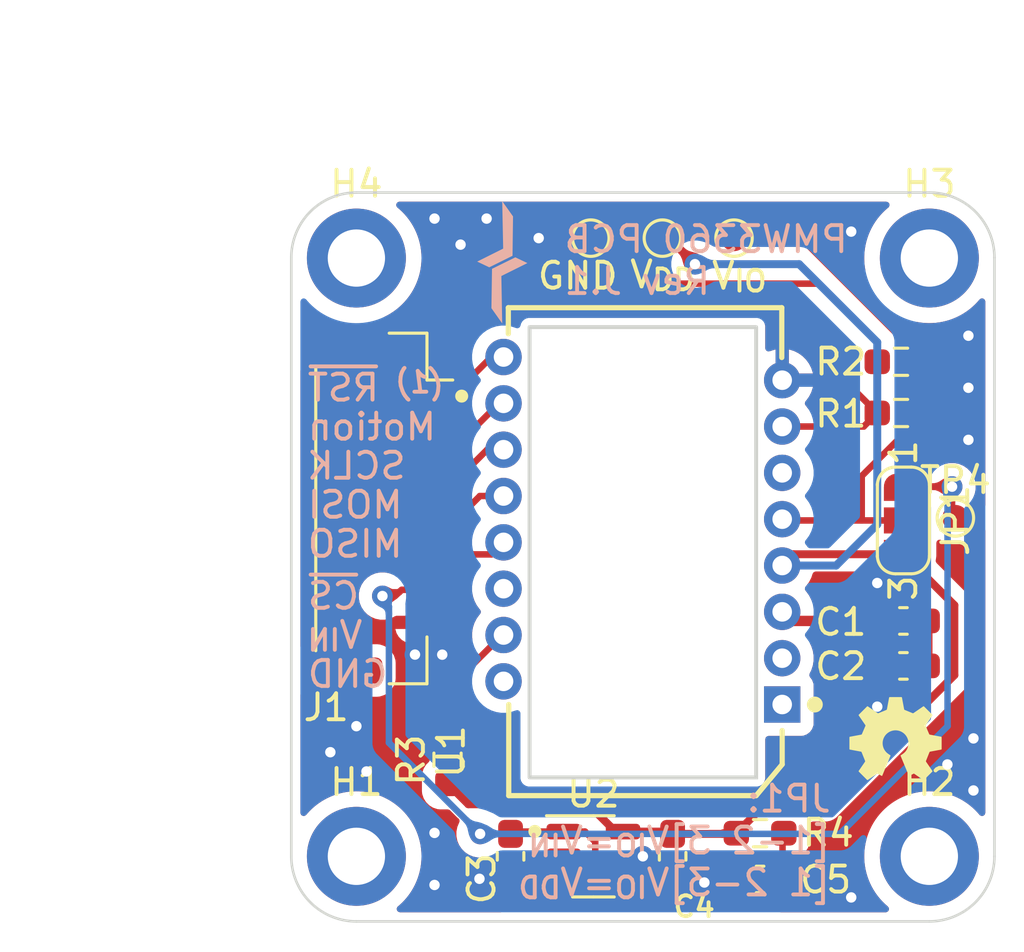
<source format=kicad_pcb>
(kicad_pcb (version 20241229) (generator "pcbnew") (generator_version "9.0")
  (title_block (title "PMW3360 PCB") (date "2023-12-15") (rev "J.1") (company "SideraKB") (comment 1 "Open Source Hardware, CERN-OHL-P v2") (comment 2 "PMW3360DM-T2QU optical mouse sensor breakout board") (comment 3 "JST GH 1.25mm Connector"))
  (layers (0 "F.Cu" signal) (2 "B.Cu" signal) (13 "F.Paste" user) (15 "B.Paste" user) (5 "F.SilkS" user "F.Silkscreen") (7 "B.SilkS" user "B.Silkscreen") (1 "F.Mask" user) (3 "B.Mask" user) (25 "Edge.Cuts" user))
  (net 0 "")
  (net 1 "Net-(U1-VDDPIX)")
  (net 2 "GND")
  (net 3 "/MISO")
  (net 4 "/CS")
  (net 5 "/MOSI")
  (net 6 "/SCLK")
  (net 7 "/MOTION")
  (net 8 "/RESET")
  (net 9 "VDD")
  (net 10 "Net-(U1-LED_P)")
  (net 16 "V_{IO}")
  (net 17 "+5V")
  (net 18 "Net-(U2-NC)")
  (footprint "Resistor_SMD:R_0603_1608Metric_Pad0.98x0.95mm_HandSolder" (layer "F.Cu") (at 197.0515 121.0338 180)
    (property "Reference" "R2" (at 2.3125 0 0) (layer "F.SilkS"))
    (property "Value" "10k_HS")
    (pad "1" smd roundrect (at -0.9125 0 180) (size 0.975 0.95) (layers "F.Cu" "F.Mask" "F.Paste") (net 16 "V_{IO}"))
    (pad "2" smd roundrect (at 0.9125 0 180) (size 0.975 0.95) (layers "F.Cu" "F.Mask" "F.Paste") (net 3 "/MISO"))
  )
  (footprint "Resistor_SMD:R_0603_1608Metric_Pad0.98x0.95mm_HandSolder" (layer "F.Cu") (at 191.639 139.1448)
    (property "Reference" "R4" (at 2.617 -0.011 0) (layer "F.SilkS"))
    (property "Value" "10k_HS")
    (pad "1" smd roundrect (at -0.9125 0) (size 0.975 0.95) (layers "F.Cu" "F.Mask" "F.Paste") (net 9 "VDD"))
    (pad "2" smd roundrect (at 0.9125 0) (size 0.975 0.95) (layers "F.Cu" "F.Mask" "F.Paste") (net 18 "Net-(U2-NC)"))
  )
  (footprint "bots:IC_PMW3360DM-T2QU 16Pin" (layer "F.Cu") (at 187.139 128.0338 90)
    (property "Reference" "U1" (at -7.9756 -7.366 90) (layer "F.SilkS"))
    (property "Value" "IC_PMW3360DM-T2QU")
    (fp_rect (start -8.968 4.35) (end 8.332 -4.35) (stroke (width 0.15)) (fill no) (layer "Edge.Cuts"))
    (pad "1" thru_hole rect (at -6.168 5.35 90) (size 1.397 1.397) (drill 0.75) (layers "*.Cu" "*.Mask"))
    (pad "2" thru_hole oval (at -4.388 5.35 90) (size 1.397 1.397) (drill 0.75) (layers "*.Cu" "*.Mask"))
    (pad "3" thru_hole oval (at -2.608 5.35 90) (size 1.397 1.397) (drill 0.75) (layers "*.Cu" "*.Mask") (net 1 "Net-(U1-VDDPIX)"))
    (pad "4" thru_hole oval (at -0.828 5.35 90) (size 1.397 1.397) (drill 0.75) (layers "*.Cu" "*.Mask") (net 9 "VDD"))
    (pad "5" thru_hole oval (at 0.952 5.35 90) (size 1.397 1.397) (drill 0.75) (layers "*.Cu" "*.Mask") (net 16 "V_{IO}"))
    (pad "6" thru_hole oval (at 2.732 5.35 90) (size 1.397 1.397) (drill 0.75) (layers "*.Cu" "*.Mask"))
    (pad "7" thru_hole oval (at 4.512 5.35 90) (size 1.397 1.397) (drill 0.75) (layers "*.Cu" "*.Mask") (net 8 "/RESET"))
    (pad "8" thru_hole oval (at 6.292 5.35 90) (size 1.397 1.397) (drill 0.75) (layers "*.Cu" "*.Mask") (net 2 "GND"))
    (pad "9" thru_hole oval (at 7.182 -5.35 90) (size 1.397 1.397) (drill 0.75) (layers "*.Cu" "*.Mask") (net 7 "/MOTION"))
    (pad "10" thru_hole oval (at 5.402 -5.35 90) (size 1.397 1.397) (drill 0.75) (layers "*.Cu" "*.Mask") (net 6 "/SCLK"))
    (pad "11" thru_hole oval (at 3.622 -5.35 90) (size 1.397 1.397) (drill 0.75) (layers "*.Cu" "*.Mask") (net 5 "/MOSI"))
    (pad "12" thru_hole oval (at 1.842 -5.35 90) (size 1.397 1.397) (drill 0.75) (layers "*.Cu" "*.Mask") (net 3 "/MISO"))
    (pad "13" thru_hole oval (at 0.062 -5.35 90) (size 1.397 1.397) (drill 0.75) (layers "*.Cu" "*.Mask") (net 4 "/CS"))
    (pad "14" thru_hole oval (at -1.718 -5.35 90) (size 1.397 1.397) (drill 0.75) (layers "*.Cu" "*.Mask"))
    (pad "15" thru_hole oval (at -3.498 -5.35 90) (size 1.397 1.397) (drill 0.75) (layers "*.Cu" "*.Mask") (net 10 "Net-(U1-LED_P)"))
    (pad "16" thru_hole oval (at -5.278 -5.35 90) (size 1.397 1.397) (drill 0.75) (layers "*.Cu" "*.Mask"))
    (zone (net 0) (net_name "") (layers "F.Cu" "B.Cu" "F.CrtYd") (connect_pads (clearance 0)) (min_thickness 0.254)
      (keepout (tracks not_allowed) (vias not_allowed) (pads not_allowed) (copperpour not_allowed) (footprints not_allowed))
      (fill (thermal_gap 0.508) (thermal_bridge_width 0.508))
      (polygon (pts (xy 191.5078 119.7026) (xy 191.457 137.0254) (xy 182.7702 137.0254) (xy 182.7702 119.7026)))
    )
  )
  (footprint "bots:MountingHole_2.2mm_M2_ISO14580_Pad" (layer "F.Cu") (at 176.139 140.0338)
    (property "Reference" "H1" (at 0 -2.85 0) (layer "F.SilkS"))
    (property "Value" "M2")
    (pad "1" thru_hole circle (at 0 0) (size 3.8 3.8) (drill 2.2) (layers "*.Cu" "*.Mask"))
    (zone (net 0) (net_name "") (layers "F.Cu" "B.Cu") (connect_pads (clearance 0)) (min_thickness 0.25)
      (keepout (tracks not_allowed) (vias not_allowed) (pads not_allowed) (copperpour not_allowed) (footprints allowed))
      (fill (thermal_gap 0.5) (thermal_bridge_width 0.5))
      (polygon (pts (arc (start 173.639 140.0338) (mid 178.639 140.0338) (end 173.639 140.0338))))
    )
  )
  (footprint "Resistor_SMD:R_0603_1608Metric_Pad0.98x0.95mm_HandSolder" (layer "F.Cu") (at 197.0515 123.0018 180)
    (property "Reference" "R1" (at 2.3125 -0.032 0) (layer "F.SilkS"))
    (property "Value" "10k_HS")
    (pad "1" smd roundrect (at -0.9125 0 180) (size 0.975 0.95) (layers "F.Cu" "F.Mask" "F.Paste") (net 16 "V_{IO}"))
    (pad "2" smd roundrect (at 0.9125 0 180) (size 0.975 0.95) (layers "F.Cu" "F.Mask" "F.Paste") (net 8 "/RESET"))
  )
  (footprint "TestPoint:TestPoint_Pad_D1.0mm" (layer "F.Cu") (at 187.889 116.2838)
    (property "Reference" "TP2" (hide yes))
    (property "Value" "1.0mm")
    (fp_text user "V_{DD}" (at 0 1.4 0) (layer "F.SilkS"))
    (pad "1" smd circle (at 0 0) (size 1 1) (layers "F.Cu" "F.Mask") (net 9 "VDD"))
  )
  (footprint "Connector_JST:JST_GH_SM08B-GHS-TB_1x08-1MP_P1.25mm_Horizontal" (layer "F.Cu") (at 177.139 126.6698 -90)
    (property "Reference" "J1" (at 7.644214 2.160119 180) (layer "F.SilkS"))
    (property "Value" "JST_SM08B-GHS-TB")
    (pad "1" smd roundrect (at -4.375 -1.85 270) (size 0.6 1.7) (layers "F.Cu" "F.Mask" "F.Paste") (net 8 "/RESET"))
    (pad "2" smd roundrect (at -3.125 -1.85 270) (size 0.6 1.7) (layers "F.Cu" "F.Mask" "F.Paste") (net 7 "/MOTION"))
    (pad "3" smd roundrect (at -1.875 -1.85 270) (size 0.6 1.7) (layers "F.Cu" "F.Mask" "F.Paste") (net 6 "/SCLK"))
    (pad "4" smd roundrect (at -0.625 -1.85 270) (size 0.6 1.7) (layers "F.Cu" "F.Mask" "F.Paste") (net 5 "/MOSI"))
    (pad "5" smd roundrect (at 0.625 -1.85 270) (size 0.6 1.7) (layers "F.Cu" "F.Mask" "F.Paste") (net 3 "/MISO"))
    (pad "6" smd roundrect (at 1.875 -1.85 270) (size 0.6 1.7) (layers "F.Cu" "F.Mask" "F.Paste") (net 4 "/CS"))
    (pad "7" smd roundrect (at 3.125 -1.85 270) (size 0.6 1.7) (layers "F.Cu" "F.Mask" "F.Paste") (net 17 "+5V"))
    (pad "8" smd roundrect (at 4.375 -1.85 270) (size 0.6 1.7) (layers "F.Cu" "F.Mask" "F.Paste") (net 2 "GND"))
    (pad "MP" smd roundrect (at -6.225 1.35 270) (size 1 2.7) (layers "F.Cu" "F.Mask" "F.Paste"))
    (pad "MP" smd roundrect (at 6.225 1.35 270) (size 1 2.7) (layers "F.Cu" "F.Mask" "F.Paste"))
  )
  (footprint "bots:MountingHole_2.2mm_M2_ISO14580_Pad" (layer "F.Cu") (at 198.139 140.0338)
    (property "Reference" "H2" (at 0 -2.85 0) (layer "F.SilkS"))
    (property "Value" "M2")
    (pad "1" thru_hole circle (at 0 0) (size 3.8 3.8) (drill 2.2) (layers "*.Cu" "*.Mask"))
    (zone (net 0) (net_name "") (layers "F.Cu" "B.Cu") (connect_pads (clearance 0)) (min_thickness 0.25)
      (keepout (tracks not_allowed) (vias not_allowed) (pads not_allowed) (copperpour not_allowed) (footprints allowed))
      (fill (thermal_gap 0.5) (thermal_bridge_width 0.5))
      (polygon (pts (arc (start 195.639 140.0338) (mid 200.639 140.0338) (end 195.639 140.0338))))
    )
  )
  (footprint "Resistor_SMD:R_0603_1608Metric_Pad0.98x0.95mm_HandSolder" (layer "F.Cu") (at 179.639 136.3218 90)
    (property "Reference" "R3" (at -0.012 -1.4 90) (layer "F.SilkS"))
    (property "Value" "R")
    (pad "1" smd roundrect (at -0.9125 0 90) (size 0.975 0.95) (layers "F.Cu" "F.Mask" "F.Paste") (net 9 "VDD"))
    (pad "2" smd roundrect (at 0.9125 0 90) (size 0.975 0.95) (layers "F.Cu" "F.Mask" "F.Paste") (net 10 "Net-(U1-LED_P)"))
  )
  (footprint "Capacitor_SMD:C_0603_1608Metric_Pad1.08x0.95mm_HandSolder" (layer "F.Cu") (at 188.282 140.0338 -90)
    (property "Reference" "C4" (at 1.934444 -0.827227 180) (layer "F.SilkS") (effects (font (size 0.8 0.8))))
    (property "Value" "1uF_HS")
    (pad "1" smd roundrect (at -0.8625 0 270) (size 1.075 0.95) (layers "F.Cu" "F.Mask" "F.Paste") (net 9 "VDD"))
    (pad "2" smd roundrect (at 0.8625 0 270) (size 1.075 0.95) (layers "F.Cu" "F.Mask" "F.Paste") (net 2 "GND"))
  )
  (footprint "bots:MountingHole_2.2mm_M2_ISO14580_Pad" (layer "F.Cu") (at 176.139 117.0498)
    (property "Reference" "H4" (at 0 -2.85 0) (layer "F.SilkS"))
    (property "Value" "M2")
    (pad "1" thru_hole circle (at 0 0) (size 3.8 3.8) (drill 2.2) (layers "*.Cu" "*.Mask"))
    (zone (net 0) (net_name "") (layers "F.Cu" "B.Cu") (connect_pads (clearance 0)) (min_thickness 0.25)
      (keepout (tracks not_allowed) (vias not_allowed) (pads not_allowed) (copperpour not_allowed) (footprints allowed))
      (fill (thermal_gap 0.5) (thermal_bridge_width 0.5))
      (polygon (pts (arc (start 173.639 117.0498) (mid 178.639 117.0498) (end 173.639 117.0498))))
    )
  )
  (footprint "TestPoint:TestPoint_Pad_D1.0mm" (layer "F.Cu") (at 190.639 116.2838)
    (property "Reference" "TP1" (hide yes))
    (property "Value" "1.0mm")
    (fp_text user "V_{IO}" (at 0.2 1.45 0) (layer "F.SilkS"))
    (pad "1" smd circle (at 0 0) (size 1 1) (layers "F.Cu" "F.Mask") (net 16 "V_{IO}"))
  )
  (footprint "bots:MountingHole_2.2mm_M2_ISO14580_Pad" (layer "F.Cu") (at 198.139 117.0498)
    (property "Reference" "H3" (at 0 -2.85 0) (layer "F.SilkS"))
    (property "Value" "M2")
    (pad "1" thru_hole circle (at 0 0) (size 3.8 3.8) (drill 2.2) (layers "*.Cu" "*.Mask"))
    (zone (net 0) (net_name "") (layers "F.Cu" "B.Cu") (connect_pads (clearance 0)) (min_thickness 0.25)
      (keepout (tracks not_allowed) (vias not_allowed) (pads not_allowed) (copperpour not_allowed) (footprints allowed))
      (fill (thermal_gap 0.5) (thermal_bridge_width 0.5))
      (polygon (pts (arc (start 195.639 117.0498) (mid 200.639 117.0498) (end 195.639 117.0498))))
    )
  )
  (footprint "Capacitor_SMD:C_0603_1608Metric_Pad1.08x0.95mm_HandSolder" (layer "F.Cu") (at 182.059 140.0338 -90)
    (property "Reference" "C3" (at 0.861748 1.10755 90) (layer "F.SilkS"))
    (property "Value" "1uF_HS")
    (pad "1" smd roundrect (at -0.8625 0 270) (size 1.075 0.95) (layers "F.Cu" "F.Mask" "F.Paste") (net 17 "+5V"))
    (pad "2" smd roundrect (at 0.8625 0 270) (size 1.075 0.95) (layers "F.Cu" "F.Mask" "F.Paste") (net 2 "GND"))
  )
  (footprint "Capacitor_SMD:C_0603_1608Metric_Pad1.08x0.95mm_HandSolder" (layer "F.Cu") (at 191.639 140.9228 180)
    (property "Reference" "C5" (at -2.517 -0.011 0) (layer "F.SilkS"))
    (property "Value" "22nF_HS")
    (pad "1" smd roundrect (at -0.8625 0 180) (size 1.075 0.95) (layers "F.Cu" "F.Mask" "F.Paste") (net 18 "Net-(U2-NC)"))
    (pad "2" smd roundrect (at 0.8625 0 180) (size 1.075 0.95) (layers "F.Cu" "F.Mask" "F.Paste") (net 2 "GND"))
  )
  (footprint "TestPoint:TestPoint_Pad_D1.0mm" (layer "F.Cu") (at 185.139 116.2838)
    (property "Reference" "TP3" (hide yes))
    (property "Value" "1.0mm")
    (fp_text user "GND" (at -0.5 1.45 0) (layer "F.SilkS"))
    (pad "1" smd circle (at 0 0) (size 1 1) (layers "F.Cu" "F.Mask") (net 2 "GND"))
  )
  (footprint "Capacitor_SMD:C_0603_1608Metric_Pad1.08x0.95mm_HandSolder" (layer "F.Cu") (at 197.1435 132.7178)
    (property "Reference" "C2" (at -2.4045 0.016 0) (layer "F.SilkS"))
    (property "Value" "0.1uF_HS")
    (pad "1" smd roundrect (at -0.8625 0) (size 1.075 0.95) (layers "F.Cu" "F.Mask" "F.Paste") (net 1 "Net-(U1-VDDPIX)"))
    (pad "2" smd roundrect (at 0.8625 0) (size 1.075 0.95) (layers "F.Cu" "F.Mask" "F.Paste") (net 2 "GND"))
  )
  (footprint "bots:SOT-23-5" (layer "F.Cu") (at 185.2395 140.0338)
    (property "Reference" "U2" (at 0 -2.4 0) (layer "F.SilkS"))
    (property "Value" "LDO_TLV74318PDBVR")
    (pad "1" smd roundrect (at -1.1375 -0.95) (size 1.325 0.6) (layers "F.Cu" "F.Mask" "F.Paste") (net 17 "+5V"))
    (pad "2" smd roundrect (at -1.1375 0) (size 1.325 0.6) (layers "F.Cu" "F.Mask" "F.Paste") (net 2 "GND"))
    (pad "3" smd roundrect (at -1.1375 0.95) (size 1.325 0.6) (layers "F.Cu" "F.Mask" "F.Paste") (net 17 "+5V"))
    (pad "4" smd roundrect (at 1.1375 0.95) (size 1.325 0.6) (layers "F.Cu" "F.Mask" "F.Paste") (net 18 "Net-(U2-NC)"))
    (pad "5" smd roundrect (at 1.1375 -0.95) (size 1.325 0.6) (layers "F.Cu" "F.Mask" "F.Paste") (net 9 "VDD"))
  )
  (footprint "TestPoint:TestPoint_Pad_D1.0mm" (layer "F.Cu") (at 199.139 127.0338)
    (property "Reference" "TP4" (at 0 -1.448 0) (layer "F.SilkS"))
    (property "Value" "1.0mm")
    (pad "1" smd circle (at 0 0) (size 1 1) (layers "F.Cu" "F.Mask") (net 17 "+5V"))
  )
  (footprint "Jumper:SolderJumper-3_P1.3mm_Open_RoundedPad1.0x1.5mm_NumberLabels" (layer "F.Cu") (at 197.1435 127.1298 -90)
    (property "Reference" "JP1" (at 0 -1.9955 270) (layer "F.SilkS"))
    (property "Value" "SolderJumper_3_Open")
    (fp_text user "3" (at 2.6 0 270) (layer "F.SilkS"))
    (fp_text user "1" (at -2.6 0 270) (layer "F.SilkS"))
    (pad "1" smd custom (at -1.3 0 270) (size 1 0.5) (layers "F.Cu" "F.Mask") (net 17 "+5V") (options (clearance outline) (anchor rect)) (primitives (gr_circle (center 0 0.25) (end 0.5 0.25) (width 0) (fill yes)) (gr_circle (center 0 -0.25) (end 0.5 -0.25) (width 0) (fill yes)) (gr_poly (pts (xy 0.55 0.75) (xy 0 0.75) (xy 0 -0.75) (xy 0.55 -0.75)) (width 0) (fill yes))))
    (pad "2" smd rect (at 0 0 270) (size 1 1.5) (layers "F.Cu" "F.Mask") (net 16 "V_{IO}"))
    (pad "3" smd custom (at 1.3 0 270) (size 1 0.5) (layers "F.Cu" "F.Mask") (net 9 "VDD") (options (clearance outline) (anchor rect)) (primitives (gr_circle (center 0 0.25) (end 0.5 0.25) (width 0) (fill yes)) (gr_circle (center 0 -0.25) (end 0.5 -0.25) (width 0) (fill yes)) (gr_poly (pts (xy 0 0.75) (xy -0.55 0.75) (xy -0.55 -0.75) (xy 0 -0.75)) (width 0) (fill yes))))
  )
  (footprint "Capacitor_SMD:C_0603_1608Metric_Pad1.08x0.95mm_HandSolder" (layer "F.Cu") (at 197.1435 130.9906)
    (property "Reference" "C1" (at -2.4045 0.0432 0) (layer "F.SilkS"))
    (property "Value" "4.7uF_HS")
    (pad "1" smd roundrect (at -0.8625 0) (size 1.075 0.95) (layers "F.Cu" "F.Mask" "F.Paste") (net 1 "Net-(U1-VDDPIX)"))
    (pad "2" smd roundrect (at 0.8625 0) (size 1.075 0.95) (layers "F.Cu" "F.Mask" "F.Paste") (net 2 "GND"))
  )
  (gr_circle (center 180.182377 122.353282) (end 180.357387 122.353957) (stroke (width 0.15)) (fill yes) (layer "F.SilkS"))
  (gr_circle (center 182.992741 139.077677) (end 183.167751 139.078352) (stroke (width 0.15)) (fill yes) (layer "F.SilkS"))
  (gr_poly (pts (xy 196.615954 133.915317) (xy 196.614947 133.915392) (xy 196.613945 133.915515) (xy 196.612949 133.915686) (xy 196.611961 133.915902) (xy 196.610983 133.916163) (xy 196.610015 133.916467) (xy 196.609061 133.916814) (xy 196.60812 133.917201) (xy 196.607194 133.917629) (xy 196.606286 133.918094) (xy 196.605395 133.918597) (xy 196.604525 133.919136) (xy 196.603676 133.91971) (xy 196.602851 133.920318) (xy 196.602049 133.920957) (xy 196.601273 133.921628) (xy 196.600525 133.922329) (xy 196.599806 133.923058) (xy 196.599117 133.923815) (xy 196.59846 133.924598) (xy 196.597836 133.925405) (xy 196.597247 133.926237) (xy 196.596695 133.92709) (xy 196.59618 133.927965) (xy 196.595704 133.92886) (xy 196.59527 133.929774) (xy 196.594877 133.930705) (xy 196.594529 133.931653) (xy 196.594226 133.932615) (xy 196.593969 133.933591) (xy 196.593761 133.93458) (xy 196.51002 134.384451) (xy 196.509809 134.385448) (xy 196.509552 134.386448) (xy 196.508908 134.388452) (xy 196.5081 134.39045) (xy 196.507139 134.392428) (xy 196.506037 134.394374) (xy 196.504804 134.396274) (xy 196.503453 134.398116) (xy 196.501993 134.399886) (xy 196.500438 134.401572) (xy 196.498797 134.40316) (xy 196.497082 134.404637) (xy 196.495305 134.40599) (xy 196.493476 134.407207) (xy 196.491607 134.408273) (xy 196.490662 134.408746) (xy 196.48971 134.409177) (xy 196.488754 134.409563) (xy 196.487795 134.409904) (xy 196.186276 134.533332) (xy 196.184403 134.534157) (xy 196.182416 134.534846) (xy 196.180334 134.5354) (xy 196.178173 134.53582) (xy 196.175951 134.536109) (xy 196.173686 134.536266) (xy 196.171395 134.536294) (xy 196.169095 134.536193) (xy 196.166804 134.535965) (xy 196.16454 134.53561) (xy 196.16232 134.53513) (xy 196.160161 134.534527) (xy 196.158081 134.5338) (xy 196.156097 134.532953) (xy 196.154227 134.531985) (xy 196.152489 134.530898) (xy 195.776648 134.272982) (xy 195.775802 134.272431) (xy 195.77493 134.271922) (xy 195.774035 134.271456) (xy 195.773119 134.271033) (xy 195.772184 134.270652) (xy 195.771231 134.270314) (xy 195.770263 134.270017) (xy 195.769281 134.269763) (xy 195.768287 134.26955) (xy 195.767284 134.269378) (xy 195.765256 134.269159) (xy 195.763212 134.269104) (xy 195.761167 134.269212) (xy 195.759136 134.269481) (xy 195.757136 134.269909) (xy 195.755181 134.270497) (xy 195.754225 134.270849) (xy 195.753286 134.271241) (xy 195.752366 134.271671) (xy 195.751467 134.272141) (xy 195.750591 134.272649) (xy 195.749739 134.273195) (xy 195.748914 134.273779) (xy 195.748118 134.274402) (xy 195.747352 134.275062) (xy 195.746618 134.27576) (xy 195.430097 134.592281) (xy 195.429399 134.593015) (xy 195.428739 134.593781) (xy 195.428117 134.594578) (xy 195.427534 134.595404) (xy 195.426988 134.596256) (xy 195.426482 134.597133) (xy 195.425585 134.598953) (xy 195.424844 134.60085) (xy 195.42426 134.602808) (xy 195.423834 134.604811) (xy 195.423568 134.606843) (xy 195.423463 134.608891) (xy 195.423519 134.610937) (xy 195.423738 134.612968) (xy 195.424122 134.614966) (xy 195.42467 134.616918) (xy 195.425007 134.617872) (xy 195.425385 134.618808) (xy 195.425805 134.619724) (xy 195.426268 134.620619) (xy 195.426772 134.621491) (xy 195.427319 134.622338) (xy 195.680737 134.991696) (xy 195.681827 134.993442) (xy 195.682794 134.995315) (xy 195.683638 134.997298) (xy 195.684357 134.999373) (xy 195.68495 135.001524) (xy 195.685416 135.003734) (xy 195.685754 135.005986) (xy 195.685963 135.008263) (xy 195.686041 135.010547) (xy 195.685988 135.012822) (xy 195.685803 135.015071) (xy 195.685485 135.017276) (xy 195.685032 135.019421) (xy 195.684443 135.021489) (xy 195.683717 135.023463) (xy 195.682854 135.025325) (xy 195.54953 135.336369) (xy 195.548769 135.338279) (xy 195.547832 135.340171) (xy 195.546735 135.342035) (xy 195.545489 135.343859) (xy 195.544108 135.345631) (xy 195.542605 135.347341) (xy 195.540994 135.348977) (xy 195.539287 135.350528) (xy 195.537498 135.351982) (xy 195.53564 135.353328) (xy 195.533727 135.354556) (xy 195.531771 135.355653) (xy 195.529785 135.356609) (xy 195.527784 135.357412) (xy 195.52578 135.358051) (xy 195.523786 135.358515) (xy 195.088838 135.439398) (xy 195.087851 135.439611) (xy 195.086877 135.439871) (xy 195.085917 135.440179) (xy 195.084971 135.440531) (xy 195.084042 135.440926) (xy 195.08313 135.441363) (xy 195.082237 135.441841) (xy 195.081364 135.442358) (xy 195.079681 135.443503) (xy 195.078094 135.444787) (xy 195.07661 135.446197) (xy 195.075241 135.447722) (xy 195.073997 135.449351) (xy 195.072886 135.451071) (xy 195.07192 135.45287) (xy 195.071494 135.453796) (xy 195.071108 135.454738) (xy 195.070763 135.455694) (xy 195.070461 135.456662) (xy 195.070202 135.457642) (xy 195.069987 135.458631) (xy 195.069819 135.459628) (xy 195.069698 135.460632) (xy 195.069625 135.461641) (xy 195.069602 135.462654) (xy 195.069655 135.910303) (xy 195.069681 135.911314) (xy 195.069756 135.912322) (xy 195.069879 135.913325) (xy 195.07005 135.914321) (xy 195.070267 135.91531) (xy 195.070528 135.91629) (xy 195.070833 135.917259) (xy 195.071181 135.918215) (xy 195.071569 135.919158) (xy 195.071997 135.920085) (xy 195.072464 135.920996) (xy 195.072968 135.921888) (xy 195.073507 135.92276) (xy 195.074082 135.923611) (xy 195.07469 135.924439) (xy 195.075331 135.925242) (xy 195.076002 135.926019) (xy 195.076703 135.926769) (xy 195.077433 135.92749) (xy 195.07819 135.928181) (xy 195.078972 135.928839) (xy 195.07978 135.929464) (xy 195.080611 135.930054) (xy 195.081465 135.930607) (xy 195.082339 135.931122) (xy 195.083233 135.931597) (xy 195.084146 135.932032) (xy 195.085076 135.932423) (xy 195.086022 135.932771) (xy 195.086983 135.933073) (xy 195.087957 135.933327) (xy 195.088943 135.933533) (xy 195.513203 136.012485) (xy 195.514202 136.01269) (xy 195.515202 136.012941) (xy 195.516204 136.013237) (xy 195.517204 136.013576) (xy 195.519196 136.014379) (xy 195.521164 136.015338) (xy 195.523096 136.016441) (xy 195.52498 136.017677) (xy 195.526803 136.019035) (xy 195.528552 136.020502) (xy 195.530215 136.022067) (xy 195.531778 136.023719) (xy 195.533229 136.025445) (xy 195.534556 136.027234) (xy 195.535746 136.029075) (xy 195.536786 136.030955) (xy 195.537663 136.032864) (xy 195.538037 136.033825) (xy 195.538365 136.034789) (xy 195.670815 136.365651) (xy 195.671634 136.367533) (xy 195.672318 136.369526) (xy 195.672866 136.371613) (xy 195.67328 136.373776) (xy 195.673563 136.375999) (xy 195.673714 136.378264) (xy 195.673736 136.380554) (xy 195.67363 136.382852) (xy 195.673397 136.38514) (xy 195.673038 136.387401) (xy 195.672555 136.389618) (xy 195.67195 136.391774) (xy 195.671223 136.393851) (xy 195.670376 136.395832) (xy 195.669411 136.3977) (xy 195.668328 136.399438) (xy 195.427319 136.75062) (xy 195.426768 136.751466) (xy 195.426259 136.752339) (xy 195.425794 136.753234) (xy 195.42537 136.754151) (xy 195.42499 136.755088) (xy 195.424651 136.756042) (xy 195.424354 136.757012) (xy 195.4241 136.757995) (xy 195.423887 136.758991) (xy 195.423715 136.759996) (xy 195.423496 136.762029) (xy 195.423441 136.764078) (xy 195.423549 136.766128) (xy 195.423818 136.768163) (xy 195.424247 136.770168) (xy 195.424834 136.772128) (xy 195.425186 136.773086) (xy 195.425578 136.774027) (xy 195.426009 136.774948) (xy 195.426478 136.775849) (xy 195.426986 136.776727) (xy 195.427532 136.777579) (xy 195.428116 136.778405) (xy 195.428739 136.779203) (xy 195.429399 136.779969) (xy 195.430097 136.780703) (xy 195.746671 137.097224) (xy 195.7474 137.097917) (xy 195.748162 137.098573) (xy 195.748955 137.099191) (xy 195.749777 137.099772) (xy 195.750626 137.100315) (xy 195.751501 137.100819) (xy 195.753317 137.101713) (xy 195.755211 137.102453) (xy 195.757166 137.103037) (xy 195.759168 137.103464) (xy 195.7612 137.103733) (xy 195.763248 137.103841) (xy 195.765295 137.103788) (xy 195.767327 137.103572) (xy 195.769327 137.103192) (xy 195.77128 137.102646) (xy 195.772234 137.102311) (xy 195.77317 137.101934) (xy 195.774087 137.101514) (xy 195.774983 137.101053) (xy 195.775855 137.100549) (xy 195.776701 137.100002) (xy 196.121692 136.863226) (xy 196.123426 136.862147) (xy 196.125283 136.8612) (xy 196.127247 136.860387) (xy 196.1293 136.859707) (xy 196.131426 136.859162) (xy 196.133607 136.85875) (xy 196.135827 136.858474) (xy 196.138069 136.858332) (xy 196.140316 136.858325) (xy 196.142551 136.858454) (xy 196.144758 136.858718) (xy 196.146918 136.859119) (xy 196.149016 136.859656) (xy 196.151034 136.86033) (xy 196.152956 136.861141) (xy 196.154765 136.862089) (xy 196.3069 136.943316) (xy 196.30781 136.943748) (xy 196.308727 136.944129) (xy 196.30965 136.944457) (xy 196.310578 136.944735) (xy 196.311508 136.944961) (xy 196.31244 136.945138) (xy 196.313371 136.945266) (xy 196.314301 136.945345) (xy 196.315226 136.945375) (xy 196.316147 136.945358) (xy 196.317061 136.945294) (xy 196.317967 136.945184) (xy 196.318863 136.945027) (xy 196.319747 136.944825) (xy 196.320619 136.944579) (xy 196.321475 136.944288) (xy 196.322316 136.943954) (xy 196.323139 136.943577) (xy 196.323942 136.943157) (xy 196.324725 136.942696) (xy 196.325484 136.942193) (xy 196.32622 136.94165) (xy 196.32693 136.941066) (xy 196.327613 136.940443) (xy 196.328267 136.939782) (xy 196.328891 136.939082) (xy 196.329482 136.938344) (xy 196.33004 136.937569) (xy 196.330562 136.936757) (xy 196.331048 136.935909) (xy 196.331496 136.935026) (xy 196.331903 136.934108) (xy 196.645567 136.17613) (xy 196.64593 136.175187) (xy 196.646244 136.17423) (xy 196.646511 136.17326) (xy 196.646732 136.17228) (xy 196.646906 136.17129) (xy 196.647034 136.170294) (xy 196.647118 136.169292) (xy 196.647157 136.168287) (xy 196.647152 136.16728) (xy 196.647104 136.166273) (xy 196.647014 136.165268) (xy 196.646881 136.164267) (xy 196.646707 136.163271) (xy 196.646493 136.162282) (xy 196.646238 136.161303) (xy 196.645944 136.160334) (xy 196.645611 136.159379) (xy 196.645239 136.158437) (xy 196.64483 136.157512) (xy 196.644384 136.156606) (xy 196.643901 136.155719) (xy 196.643383 136.154853) (xy 196.642829 136.154012) (xy 196.642241 136.153196) (xy 196.641618 136.152406) (xy 196.640962 136.151646) (xy 196.640274 136.150917) (xy 196.639553 136.15022) (xy 196.6388 136.149557) (xy 196.638017 136.14893) (xy 196.637203 136.148342) (xy 196.636359 136.147793) (xy 196.598286 136.124483) (xy 196.595545 136.122738) (xy 196.59262 136.120746) (xy 196.589564 136.118551) (xy 196.586432 136.116195) (xy 196.583282 136.113723) (xy 196.580166 136.111178) (xy 196.577141 136.108603) (xy 196.574262 136.106042) (xy 196.549058 136.08879) (xy 196.525004 136.070059) (xy 196.502166 136.049914) (xy 196.48061 136.02842) (xy 196.460401 136.005642) (xy 196.441605 135.981646) (xy 196.424287 135.956496) (xy 196.408513 135.930259) (xy 196.39435 135.903) (xy 196.381861 135.874783) (xy 196.371114 135.845674) (xy 196.362174 135.815738) (xy 196.355106 135.785041) (xy 196.349976 135.753647) (xy 196.34685 135.721622) (xy 196.345794 135.689032) (xy 196.346438 135.663556) (xy 196.34835 135.638414) (xy 196.351498 135.613638) (xy 196.355851 135.589258) (xy 196.361379 135.565307) (xy 196.36805 135.541814) (xy 196.375833 135.518811) (xy 196.384697 135.49633) (xy 196.394611 135.4744) (xy 196.405543 135.453054) (xy 196.417463 135.432322) (xy 196.43034 135.412236) (xy 196.444142 135.392827) (xy 196.458838 135.374125) (xy 196.474397 135.356162) (xy 196.490789 135.338969) (xy 196.507981 135.322577) (xy 196.525943 135.307017) (xy 196.544644 135.29232) (xy 196.564053 135.278518) (xy 196.584138 135.265641) (xy 196.604869 135.253721) (xy 196.626214 135.242788) (xy 196.648142 135.232874) (xy 196.670622 135.22401) (xy 196.693623 135.216227) (xy 196.717114 135.209556) (xy 196.741064 135.204028) (xy 196.765442 135.199674) (xy 196.790216 135.196526) (xy 196.815355 135.194614) (xy 196.840829 135.19397) (xy 196.866303 135.194614) (xy 196.891443 135.196526) (xy 196.916217 135.199674) (xy 196.940595 135.204028) (xy 196.964546 135.209556) (xy 196.988038 135.216227) (xy 197.01104 135.22401) (xy 197.033521 135.232874) (xy 197.05545 135.242788) (xy 197.076796 135.253721) (xy 197.097527 135.265641) (xy 197.117614 135.278518) (xy 197.137024 135.29232) (xy 197.155726 135.307017) (xy 197.173689 135.322577) (xy 197.190883 135.338969) (xy 197.207276 135.356162) (xy 197.222836 135.374125) (xy 197.237534 135.392827) (xy 197.251337 135.412236) (xy 197.264214 135.432322) (xy 197.276135 135.453054) (xy 197.287069 135.4744) (xy 197.296984 135.49633) (xy 197.305848 135.518811) (xy 197.313632 135.541814) (xy 197.320304 135.565307) (xy 197.325832 135.589258) (xy 197.330186 135.613638) (xy 197.333335 135.638414) (xy 197.335247 135.663556) (xy 197.335891 135.689032) (xy 197.335625 135.705394) (xy 197.334834 135.721622) (xy 197.333525 135.737709) (xy 197.331707 135.753647) (xy 197.329388 135.769427) (xy 197.326576 135.785041) (xy 197.32328 135.80048) (xy 197.319507 135.815738) (xy 197.315266 135.830805) (xy 197.310565 135.845674) (xy 197.305413 135.860336) (xy 197.299817 135.874783) (xy 197.293785 135.889007) (xy 197.287327 135.903) (xy 197.273162 135.930259) (xy 197.257387 135.956497) (xy 197.240069 135.981646) (xy 197.221272 136.005642) (xy 197.201064 136.02842) (xy 197.179509 136.049914) (xy 197.156673 136.070059) (xy 197.132623 136.08879) (xy 197.107423 136.106042) (xy 197.104528 136.108603) (xy 197.101492 136.111178) (xy 197.09837 136.113723) (xy 197.095216 136.116195) (xy 197.092083 136.118551) (xy 197.089024 136.120746) (xy 197.086094 136.122738) (xy 197.083346 136.124483) (xy 197.045273 136.147793) (xy 197.044424 136.148342) (xy 197.043606 136.14893) (xy 197.042819 136.149557) (xy 197.042063 136.15022) (xy 197.041339 136.150917) (xy 197.040648 136.151646) (xy 197.039365 136.153196) (xy 197.03822 136.154853) (xy 197.037218 136.156606) (xy 197.036362 136.158437) (xy 197.035658 136.160334) (xy 197.035111 136.162282) (xy 197.034725 136.164267) (xy 197.034505 136.166273) (xy 197.034456 136.168287) (xy 197.034583 136.170294) (xy 197.034714 136.17129) (xy 197.03489 136.17228) (xy 197.035113 136.17326) (xy 197.035383 136.17423) (xy 197.0357 136.175187) (xy 197.036065 136.17613) (xy 197.349755 136.934082) (xy 197.350162 136.935) (xy 197.35061 136.935883) (xy 197.351096 136.936731) (xy 197.351619 136.937543) (xy 197.352178 136.938319) (xy 197.35277 136.939058) (xy 197.353394 136.939758) (xy 197.354049 136.940421) (xy 197.354732 136.941045) (xy 197.355443 136.941629) (xy 197.35618 136.942173) (xy 197.35694 136.942676) (xy 197.357724 136.943139) (xy 197.358528 136.943559) (xy 197.359351 136.943937) (xy 197.360193 136.944272) (xy 197.36105 136.944563) (xy 197.361922 136.94481) (xy 197.362807 136.945012) (xy 197.363703 136.945169) (xy 197.364609 136.94528) (xy 197.365523 136.945344) (xy 197.366443 136.945361) (xy 197.367369 136.94533) (xy 197.368298 136.94525) (xy 197.369228 136.945122) (xy 197.370159 136.944944) (xy 197.371088 136.944716) (xy 197.372014 136.944437) (xy 197.372935 136.944107) (xy 197.373851 136.943724) (xy 197.374758 136.94329) (xy 197.526893 136.862062) (xy 197.528698 136.861115) (xy 197.530616 136.860304) (xy 197.532632 136.859632) (xy 197.534729 136.859096) (xy 197.536889 136.858697) (xy 197.539095 136.858434) (xy 197.541331 136.858307) (xy 197.543579 136.858315) (xy 197.545822 136.858458) (xy 197.548044 136.858736) (xy 197.550227 136.859147) (xy 197.552354 136.859692) (xy 197.554409 136.860371) (xy 197.556374 136.861182) (xy 197.558232 136.862125) (xy 197.559966 136.8632) (xy 197.90493 137.099976) (xy 197.905779 137.100522) (xy 197.906653 137.101026) (xy 197.907551 137.101488) (xy 197.908469 137.101907) (xy 197.909407 137.102285) (xy 197.910362 137.10262) (xy 197.911332 137.102914) (xy 197.912317 137.103166) (xy 197.913312 137.103376) (xy 197.914317 137.103546) (xy 197.916349 137.103761) (xy 197.918397 137.103815) (xy 197.920445 137.103706) (xy 197.922477 137.103438) (xy 197.924479 137.103011) (xy 197.926435 137.102427) (xy 197.927391 137.102077) (xy 197.92833 137.101687) (xy 197.929249 137.101259) (xy 197.930147 137.100793) (xy 197.931023 137.100288) (xy 197.931873 137.099746) (xy 197.932697 137.099165) (xy 197.933491 137.098547) (xy 197.934255 137.097891) (xy 197.934987 137.097198) (xy 198.251561 136.780676) (xy 198.252256 136.779943) (xy 198.252915 136.779176) (xy 198.253535 136.778379) (xy 198.254117 136.777553) (xy 198.254662 136.7767) (xy 198.255168 136.775823) (xy 198.256065 136.774) (xy 198.256807 136.772102) (xy 198.257393 136.770142) (xy 198.257821 136.768137) (xy 198.258089 136.766101) (xy 198.258197 136.764051) (xy 198.258143 136.762002) (xy 198.257926 136.75997) (xy 198.257544 136.757969) (xy 198.256995 136.756016) (xy 198.256658 136.755061) (xy 198.256279 136.754125) (xy 198.255858 136.753208) (xy 198.255394 136.752312) (xy 198.254888 136.75144) (xy 198.254339 136.750593) (xy 198.013356 136.399412) (xy 198.012265 136.397674) (xy 198.011292 136.395806) (xy 198.010439 136.393825) (xy 198.009708 136.391748) (xy 198.0091 136.389592) (xy 198.008615 136.387375) (xy 198.008255 136.385114) (xy 198.008022 136.382826) (xy 198.007916 136.380528) (xy 198.007938 136.378238) (xy 198.008091 136.375973) (xy 198.008374 136.37375) (xy 198.00879 136.371587) (xy 198.009339 136.3695) (xy 198.010023 136.367507) (xy 198.010843 136.365625) (xy 198.143293 136.034763) (xy 198.143619 136.033799) (xy 198.143992 136.032838) (xy 198.144867 136.030929) (xy 198.145907 136.029048) (xy 198.147099 136.027208) (xy 198.148429 136.025418) (xy 198.149884 136.023692) (xy 198.151452 136.022041) (xy 198.153119 136.020476) (xy 198.154873 136.019009) (xy 198.1567 136.017651) (xy 198.158588 136.016415) (xy 198.160524 136.015311) (xy 198.162494 136.014352) (xy 198.164486 136.01355) (xy 198.166486 136.012915) (xy 198.167485 136.012664) (xy 198.168482 136.012459) (xy 198.592741 135.933507) (xy 198.59373 135.933301) (xy 198.594706 135.933047) (xy 198.595668 135.932745) (xy 198.596616 135.932397) (xy 198.597547 135.932005) (xy 198.598461 135.931571) (xy 198.599356 135.931096) (xy 198.600231 135.930581) (xy 198.601085 135.930027) (xy 198.601916 135.929438) (xy 198.603506 135.928154) (xy 198.604992 135.926743) (xy 198.606364 135.925216) (xy 198.607611 135.923584) (xy 198.608724 135.921862) (xy 198.609692 135.920059) (xy 198.610507 135.918189) (xy 198.610854 135.917232) (xy 198.611158 135.916264) (xy 198.611419 135.915284) (xy 198.611635 135.914295) (xy 198.611806 135.913298) (xy 198.611929 135.912295) (xy 198.612004 135.911288) (xy 198.612029 135.910277) (xy 198.612056 135.462628) (xy 198.61203 135.461617) (xy 198.611956 135.46061) (xy 198.611833 135.459608) (xy 198.611663 135.458613) (xy 198.611447 135.457626) (xy 198.611187 135.456648) (xy 198.610883 135.455681) (xy 198.610537 135.454727) (xy 198.610151 135.453787) (xy 198.609724 135.452862) (xy 198.609259 135.451954) (xy 198.608757 135.451064) (xy 198.608219 135.450194) (xy 198.607646 135.449346) (xy 198.607039 135.44852) (xy 198.6064 135.447719) (xy 198.60573 135.446943) (xy 198.60503 135.446195) (xy 198.604301 135.445475) (xy 198.603544 135.444785) (xy 198.602762 135.444127) (xy 198.601954 135.443502) (xy 198.601122 135.442912) (xy 198.600268 135.442358) (xy 198.599393 135.441841) (xy 198.598497 135.441363) (xy 198.597582 135.440926) (xy 198.59665 135.44053) (xy 198.595701 135.440179) (xy 198.594737 135.439871) (xy 198.593759 135.439611) (xy 198.592767 135.439398) (xy 198.157845 135.358515) (xy 198.156846 135.358305) (xy 198.155842 135.358051) (xy 198.153831 135.357412) (xy 198.151824 135.356609) (xy 198.149834 135.355653) (xy 198.147875 135.354556) (xy 198.14596 135.353328) (xy 198.144102 135.351982) (xy 198.142314 135.350528) (xy 198.140609 135.348977) (xy 198.139 135.347341) (xy 198.137501 135.345631) (xy 198.136124 135.343859) (xy 198.134882 135.342035) (xy 198.133789 135.340171) (xy 198.132858 135.338279) (xy 198.132457 135.337325) (xy 198.132101 135.336369) (xy 197.998751 135.025325) (xy 197.997893 135.023463) (xy 197.997171 135.021489) (xy 197.996585 135.019421) (xy 197.996135 135.017276) (xy 197.995818 135.015071) (xy 197.995634 135.012822) (xy 197.995581 135.010547) (xy 197.995659 135.008263) (xy 197.995866 135.005986) (xy 197.996201 135.003734) (xy 197.996664 135.001524) (xy 197.997252 134.999373) (xy 197.997965 134.997298) (xy 197.998802 134.995315) (xy 197.999761 134.993442) (xy 198.000842 134.991696) (xy 198.254286 134.622338) (xy 198.254837 134.621491) (xy 198.255346 134.620619) (xy 198.255811 134.619724) (xy 198.256234 134.618808) (xy 198.256614 134.617872) (xy 198.256952 134.616918) (xy 198.257248 134.615949) (xy 198.257502 134.614966) (xy 198.257714 134.613972) (xy 198.257885 134.612968) (xy 198.258102 134.610937) (xy 198.258155 134.608891) (xy 198.258046 134.606843) (xy 198.257776 134.604811) (xy 198.257347 134.602808) (xy 198.25676 134.60085) (xy 198.256407 134.599893) (xy 198.256016 134.598953) (xy 198.255586 134.598033) (xy 198.255118 134.597133) (xy 198.254611 134.596256) (xy 198.254066 134.595404) (xy 198.253483 134.594578) (xy 198.252862 134.593781) (xy 198.252204 134.593015) (xy 198.251508 134.592281) (xy 197.93496 134.27576) (xy 197.934229 134.275062) (xy 197.933465 134.274402) (xy 197.93267 134.273779) (xy 197.931847 134.273195) (xy 197.930996 134.272649) (xy 197.930121 134.272141) (xy 197.928303 134.271241) (xy 197.926408 134.270497) (xy 197.924452 134.26991) (xy 197.92245 134.269481) (xy 197.920418 134.269212) (xy 197.91837 134.269104) (xy 197.916323 134.269159) (xy 197.914291 134.269378) (xy 197.91229 134.269763) (xy 197.910335 134.270314) (xy 197.90938 134.270652) (xy 197.908442 134.271033) (xy 197.907524 134.271456) (xy 197.906627 134.271922) (xy 197.905752 134.272431) (xy 197.904903 134.272982) (xy 197.529089 134.530898) (xy 197.527356 134.531985) (xy 197.52549 134.532953) (xy 197.52351 134.5338) (xy 197.521433 134.534527) (xy 197.519276 134.53513) (xy 197.517057 134.53561) (xy 197.514794 134.535965) (xy 197.512503 134.536193) (xy 197.510203 134.536294) (xy 197.507911 134.536266) (xy 197.505644 134.536109) (xy 197.50342 134.535821) (xy 197.501257 134.5354) (xy 197.499171 134.534846) (xy 197.49718 134.534157) (xy 197.495302 134.533332) (xy 197.193756 134.409904) (xy 197.191837 134.409177) (xy 197.189937 134.408273) (xy 197.188066 134.407207) (xy 197.186236 134.40599) (xy 197.184458 134.404637) (xy 197.182743 134.40316) (xy 197.181103 134.401572) (xy 197.179548 134.399886) (xy 197.178091 134.398116) (xy 197.176741 134.396274) (xy 197.17551 134.394374) (xy 197.174409 134.392428) (xy 197.17345 134.39045) (xy 197.172643 134.388452) (xy 197.172 134.386448) (xy 197.171532 134.384451) (xy 197.087817 133.93458) (xy 197.087609 133.933591) (xy 197.087353 133.932615) (xy 197.087049 133.931653) (xy 197.086701 133.930705) (xy 197.086309 133.929774) (xy 197.085874 133.92886) (xy 197.085399 133.927965) (xy 197.084884 133.92709) (xy 197.084332 133.926237) (xy 197.083743 133.925405) (xy 197.082463 133.923815) (xy 197.081055 133.922329) (xy 197.079533 133.920957) (xy 197.077907 133.91971) (xy 197.076189 133.918597) (xy 197.074393 133.917629) (xy 197.073469 133.917201) (xy 197.072529 133.916814) (xy 197.071576 133.916467) (xy 197.07061 133.916163) (xy 197.069633 133.915902) (xy 197.068647 133.915686) (xy 197.067653 133.915515) (xy 197.066653 133.915392) (xy 197.065648 133.915317) (xy 197.06464 133.915292) (xy 196.616965 133.915292)) (fill yes) (layer "F.SilkS"))
  (gr_poly (pts (xy 181.346704 117.462856) (xy 181.324009 118.976) (xy 181.737959 119.561545) (xy 181.705553 117.739122) (xy 182.705316 117.242501) (xy 182.241518 117.021418)) (fill yes) (layer "B.SilkS"))
  (gr_poly (pts (xy 181.775096 116.686474) (xy 180.776462 117.185361) (xy 181.24076 117.405393) (xy 182.134571 116.961926) (xy 182.153833 115.448734) (xy 181.738557 114.864129)) (fill yes) (layer "B.SilkS"))
  (gr_arc (start 176.139 142.5338) (mid 174.371233 141.801567) (end 173.639 140.0338) (stroke (width 0.1)) (layer "Edge.Cuts"))
  (gr_line (start 173.639 140.0338) (end 173.639 117.0338) (stroke (width 0.1)) (layer "Edge.Cuts"))
  (gr_line (start 200.639 117.0338) (end 200.639 140.0338) (stroke (width 0.1)) (layer "Edge.Cuts"))
  (gr_arc (start 198.139 114.5338) (mid 199.906767 115.266033) (end 200.639 117.0338) (stroke (width 0.1)) (layer "Edge.Cuts"))
  (gr_line (start 198.139 142.5338) (end 176.139 142.5338) (stroke (width 0.1)) (layer "Edge.Cuts"))
  (gr_line (start 176.139 114.5338) (end 198.139 114.5338) (stroke (width 0.1)) (layer "Edge.Cuts"))
  (gr_arc (start 200.639 140.0338) (mid 199.906767 141.801567) (end 198.139 142.5338) (stroke (width 0.1)) (layer "Edge.Cuts"))
  (gr_arc (start 173.639 117.0338) (mid 174.371233 115.266033) (end 176.139 114.5338) (stroke (width 0.1)) (layer "Edge.Cuts"))
  (gr_text "SCLK" (at 176.139 125.0338 0) (layer "B.SilkS") (effects (font (size 1 1)) (justify mirror)))
  (gr_text "~{CS}" (at 175.258047 130.0338 0) (layer "B.SilkS") (effects (font (size 1 1)) (justify mirror)))
  (gr_text "Motion" (at 176.734238 123.5338 0) (layer "B.SilkS") (effects (font (size 1 1)) (justify mirror)))
  (gr_text "JP1:\n[1-2 3]V_{IO}=V_{IN}\n[1 2-3]V_{IO}=V_{DD}" (at 194.439 139.4338 0) (layer "B.SilkS") (effects (font (size 1 1)) (justify left mirror)))
  (gr_text "(1)" (at 178.590948 121.821639 0) (layer "B.SilkS") (effects (font (size 0.8 0.8) (thickness 0.15) (italic yes)) (justify mirror)))
  (gr_text "V_{IN}" (at 175.319952 131.5338 0) (layer "B.SilkS") (effects (font (size 1 1)) (justify mirror)))
  (gr_text "GND" (at 175.805666 133.0338 0) (layer "B.SilkS") (effects (font (size 1 1)) (justify mirror)))
  (gr_text "~{RST}" (at 175.639 122.0338 0) (layer "B.SilkS") (effects (font (size 1 1)) (justify mirror)))
  (gr_text "MOSI" (at 176.091381 126.5338 0) (layer "B.SilkS") (effects (font (size 1 1)) (justify mirror)))
  (gr_text "${TITLE}\nRev ${REVISION}" (at 184.039 117.1338 0) (layer "B.SilkS") (effects (font (size 1 1)) (justify right mirror)))
  (gr_text "MISO" (at 176.091381 128.0338 0) (layer "B.SilkS") (effects (font (size 1 1)) (justify mirror)))
  (segment (start 192.8378 130.9906) (end 196.281 130.9906) (width 0.4) (layer "F.Cu") (net 1))
  (segment (start 192.489 130.6418) (end 192.8378 130.9906) (width 0.25) (layer "F.Cu") (net 1))
  (segment (start 196.281 130.9906) (end 196.281 132.7178) (width 0.4) (layer "F.Cu") (net 1))
  (segment (start 198.006 130.9906) (end 198.006 132.7178) (width 0.3556) (layer "F.Cu") (net 2))
  (segment (start 182.059 140.8963) (end 182.53 140.8963) (width 0.3556) (layer "F.Cu") (net 2))
  (segment (start 189.357318 140.8963) (end 189.500626 141.039608) (width 0.3556) (layer "F.Cu") (net 2))
  (segment (start 182.53 140.8963) (end 183.3925 140.0338) (width 0.3556) (layer "F.Cu") (net 2))
  (segment (start 187.139 140.0338) (end 187.4195 140.0338) (width 0.3556) (layer "F.Cu") (net 2))
  (segment (start 196.139 134.2838) (end 196.639 134.2838) (width 0.3556) (layer "F.Cu") (net 2))
  (segment (start 183.3925 140.0338) (end 184.102 140.0338) (width 0.3556) (layer "F.Cu") (net 2))
  (segment (start 197.139 129.5338) (end 198.006 130.4008) (width 0.3556) (layer "F.Cu") (net 2))
  (segment (start 189.617434 140.9228) (end 189.500626 141.039608) (width 0.3556) (layer "F.Cu") (net 2))
  (segment (start 190.7765 140.9228) (end 189.617434 140.9228) (width 0.3556) (layer "F.Cu") (net 2))
  (segment (start 198.006 132.9168) (end 198.006 132.7178) (width 0.3556) (layer "F.Cu") (net 2))
  (segment (start 187.4195 140.0338) (end 188.282 140.8963) (width 0.3556) (layer "F.Cu") (net 2))
  (segment (start 188.282 140.8963) (end 189.357318 140.8963) (width 0.3556) (layer "F.Cu") (net 2))
  (segment (start 196.139 129.5338) (end 197.139 129.5338) (width 0.3556) (layer "F.Cu") (net 2))
  (segment (start 196.639 134.2838) (end 198.006 132.9168) (width 0.3556) (layer "F.Cu") (net 2))
  (segment (start 198.006 130.4008) (end 198.006 130.9906) (width 0.3556) (layer "F.Cu") (net 2))
  (via (at 199.639 122.0338) (size 0.8) (drill 0.4) (layers "F.Cu" "B.Cu") (net 2))
  (via (at 176.527069 136.773977) (size 0.8) (drill 0.4) (layers "F.Cu" "B.Cu") (net 2))
  (via (at 180.864804 140.897266) (size 0.8) (drill 0.4) (layers "F.Cu" "B.Cu") (net 2))
  (via (at 175.139 136.0338) (size 0.8) (drill 0.4) (layers "F.Cu" "B.Cu") (net 2))
  (via (at 176.139 135.0338) (size 0.8) (drill 0.4) (layers "F.Cu" "B.Cu") (net 2))
  (via (at 199.832844 135.503783) (size 0.8) (drill 0.4) (layers "F.Cu" "B.Cu") (net 2))
  (via (at 180.139 116.5338) (size 0.8) (drill 0.4) (layers "F.Cu" "B.Cu") (net 2))
  (via (at 199.832844 137.503783) (size 0.8) (drill 0.4) (layers "F.Cu" "B.Cu") (net 2))
  (via (at 196.139 129.5338) (size 0.8) (drill 0.4) (layers "F.Cu" "B.Cu") (net 2))
  (via (at 195.139 116.0338) (size 0.8) (drill 0.4) (layers "F.Cu" "B.Cu") (net 2))
  (via (at 179.435696 132.286425) (size 0.8) (drill 0.4) (layers "F.Cu" "B.Cu") (net 2))
  (via (at 198.832844 136.503783) (size 0.8) (drill 0.4) (layers "F.Cu" "B.Cu") (net 2))
  (via (at 189.500626 141.039608) (size 0.8) (drill 0.4) (layers "F.Cu" "B.Cu") (net 2))
  (via (at 196.139 134.2838) (size 0.8) (drill 0.4) (layers "F.Cu" "B.Cu") (net 2))
  (via (at 199.639 120.0338) (size 0.8) (drill 0.4) (layers "F.Cu" "B.Cu") (net 2))
  (via (at 195.139 141.61287) (size 0.8) (drill 0.4) (layers "F.Cu" "B.Cu") (net 2))
  (via (at 187.139 140.0338) (size 0.8) (drill 0.4) (layers "F.Cu" "B.Cu") (net 2))
  (via (at 179.139 141.134242) (size 0.8) (drill 0.4) (layers "F.Cu" "B.Cu") (net 2))
  (via (at 181.139 115.5338) (size 0.8) (drill 0.4) (layers "F.Cu" "B.Cu") (net 2))
  (via (at 178.389 132.2838) (size 0.8) (drill 0.4) (layers "F.Cu" "B.Cu") (net 2))
  (via (at 199.639 124.0338) (size 0.8) (drill 0.4) (layers "F.Cu" "B.Cu") (net 2))
  (via (at 183.139 116.2838) (size 0.8) (drill 0.4) (layers "F.Cu" "B.Cu") (net 2))
  (via (at 179.139 115.5338) (size 0.8) (drill 0.4) (layers "F.Cu" "B.Cu") (net 2))
  (via (at 179.139 139.134242) (size 0.8) (drill 0.4) (layers "F.Cu" "B.Cu") (net 2))
  (segment (start 196.139 120.2838) (end 193.889 118.0338) (width 0.25) (layer "F.Cu") (net 3))
  (segment (start 178.4 127.2948) (end 178.989 127.2948) (width 0.25) (layer "F.Cu") (net 3))
  (segment (start 196.139 121.0338) (end 196.139 120.2838) (width 0.25) (layer "F.Cu") (net 3))
  (segment (start 193.889 118.0338) (end 180.389 118.0338) (width 0.25) (layer "F.Cu") (net 3))
  (segment (start 177.639 120.7838) (end 177.639 126.5338) (width 0.25) (layer "F.Cu") (net 3))
  (segment (start 177.639 126.5338) (end 178.4 127.2948) (width 0.25) (layer "F.Cu") (net 3))
  (segment (start 180.389 118.0338) (end 177.639 120.7838) (width 0.25) (layer "F.Cu") (net 3))
  (segment (start 180.881 126.1918) (end 181.789 126.1918) (width 0.25) (layer "F.Cu") (net 3))
  (segment (start 179.778 127.2948) (end 180.881 126.1918) (width 0.25) (layer "F.Cu") (net 3))
  (segment (start 178.989 127.2948) (end 179.778 127.2948) (width 0.25) (layer "F.Cu") (net 3))
  (segment (start 179.1 128.4338) (end 178.989 128.5448) (width 0.25) (layer "F.Cu") (net 4))
  (segment (start 181.327 128.4338) (end 179.1 128.4338) (width 0.25) (layer "F.Cu") (net 4))
  (segment (start 181.789 127.9718) (end 181.327 128.4338) (width 0.25) (layer "F.Cu") (net 4))
  (segment (start 179.528 126.0448) (end 181.161 124.4118) (width 0.25) (layer "F.Cu") (net 5))
  (segment (start 178.989 126.0448) (end 179.528 126.0448) (width 0.25) (layer "F.Cu") (net 5))
  (segment (start 181.161 124.4118) (end 181.789 124.4118) (width 0.25) (layer "F.Cu") (net 5))
  (segment (start 179.452 124.7948) (end 181.615 122.6318) (width 0.25) (layer "F.Cu") (net 6))
  (segment (start 181.615 122.6318) (end 181.789 122.6318) (width 0.25) (layer "F.Cu") (net 6))
  (segment (start 178.989 124.7948) (end 179.452 124.7948) (width 0.25) (layer "F.Cu") (net 6))
  (segment (start 178.989 123.5448) (end 179.428 123.5448) (width 0.25) (layer "F.Cu") (net 7))
  (segment (start 179.428 123.5448) (end 180.339 122.6338) (width 0.25) (layer "F.Cu") (net 7))
  (segment (start 181.321 120.8518) (end 181.789 120.8518) (width 0.25) (layer "F.Cu") (net 7))
  (segment (start 180.339 121.8338) (end 181.321 120.8518) (width 0.25) (layer "F.Cu") (net 7))
  (segment (start 180.339 122.6338) (end 180.339 121.8338) (width 0.25) (layer "F.Cu") (net 7))
  (segment (start 194.527 123.5218) (end 195.619 123.5218) (width 0.25) (layer "F.Cu") (net 8))
  (segment (start 194.889 120.420196) (end 194.889 121.7518) (width 0.25) (layer "F.Cu") (net 8))
  (segment (start 192.489 123.5218) (end 194.527 123.5218) (width 0.25) (layer "F.Cu") (net 8))
  (segment (start 178.989 120.5588) (end 180.764 118.7838) (width 0.25) (layer "F.Cu") (net 8))
  (segment (start 193.252604 118.7838) (end 194.889 120.420196) (width 0.25) (layer "F.Cu") (net 8))
  (segment (start 178.989 122.2948) (end 178.989 120.5588) (width 0.25) (layer "F.Cu") (net 8))
  (segment (start 180.764 118.7838) (end 193.252604 118.7838) (width 0.25) (layer "F.Cu") (net 8))
  (segment (start 195.619 123.5218) (end 196.139 123.0018) (width 0.25) (layer "F.Cu") (net 8))
  (segment (start 194.889 121.7518) (end 196.139 123.0018) (width 0.25) (layer "F.Cu") (net 8))
  (segment (start 190.7265 139.1448) (end 191.8375 138.0338) (width 0.3048) (layer "F.Cu") (net 9))
  (segment (start 192.921 128.4298) (end 197.1435 128.4298) (width 0.3048) (layer "F.Cu") (net 9))
  (segment (start 199.099708 133.073092) (end 199.099708 130.386008) (width 0.3048) (layer "F.Cu") (net 9))
  (segment (start 186.089 139.0838) (end 186.377 139.0838) (width 0.3048) (layer "F.Cu") (net 9))
  (segment (start 192.489 128.8618) (end 192.921 128.4298) (width 0.3048) (layer "F.Cu") (net 9))
  (segment (start 186.377 139.0838) (end 188.1945 139.0838) (width 0.3048) (layer "F.Cu") (net 9))
  (segment (start 194.139 138.0338) (end 199.099708 133.073092) (width 0.3048) (layer "F.Cu") (net 9))
  (segment (start 199.099708 130.386008) (end 197.1435 128.4298) (width 0.3048) (layer "F.Cu") (net 9))
  (segment (start 188.139 116.2838) (end 189.139 117.2838) (width 0.3048) (layer "F.Cu") (net 9))
  (segment (start 187.889 116.2838) (end 188.139 116.2838) (width 0.3048) (layer "F.Cu") (net 9))
  (segment (start 179.639 137.2343) (end 180.4385 138.0338) (width 0.3048) (layer "F.Cu") (net 9))
  (segment (start 188.282 139.1713) (end 190.2 139.1713) (width 0.3048) (layer "F.Cu") (net 9))
  (segment (start 190.2 139.1713) (end 190.2265 139.1448) (width 0.3048) (layer "F.Cu") (net 9))
  (segment (start 188.1945 139.0838) (end 188.282 139.1713) (width 0.3048) (layer "F.Cu") (net 9))
  (segment (start 185.039 138.0338) (end 186.089 139.0838) (width 0.3048) (layer "F.Cu") (net 9))
  (segment (start 191.8375 138.0338) (end 194.139 138.0338) (width 0.3048) (layer "F.Cu") (net 9))
  (segment (start 180.4385 138.0338) (end 185.039 138.0338) (width 0.3048) (layer "F.Cu") (net 9))
  (via (at 189.139 117.2838) (size 0.8) (drill 0.4) (layers "F.Cu" "B.Cu") (net 9))
  (segment (start 189.139 117.2838) (end 193.139 117.2838) (width 0.3048) (layer "B.Cu") (net 9))
  (segment (start 196.139 120.2838) (end 196.139 127.2838) (width 0.3048) (layer "B.Cu") (net 9))
  (segment (start 193.139 117.2838) (end 196.139 120.2838) (width 0.3048) (layer "B.Cu") (net 9))
  (segment (start 196.139 127.2838) (end 194.561 128.8618) (width 0.3048) (layer "B.Cu") (net 9))
  (segment (start 194.561 128.8618) (end 192.489 128.8618) (width 0.3048) (layer "B.Cu") (net 9))
  (segment (start 179.639 133.6338) (end 179.639 135.4093) (width 0.25) (layer "F.Cu") (net 10))
  (segment (start 181.741 131.5318) (end 179.639 133.6338) (width 0.25) (layer "F.Cu") (net 10))
  (segment (start 181.789 131.5318) (end 181.741 131.5318) (width 0.25) (layer "F.Cu") (net 10))
  (segment (start 192.537 127.1298) (end 192.489 127.0818) (width 0.25) (layer "F.Cu") (net 16))
  (segment (start 197.1435 127.1298) (end 195.543 127.1298) (width 0.25) (layer "F.Cu") (net 16))
  (segment (start 195.543 125.4228) (end 195.543 127.1298) (width 0.25) (layer "F.Cu") (net 16))
  (segment (start 197.964 123.0018) (end 195.543 125.4228) (width 0.25) (layer "F.Cu") (net 16))
  (segment (start 197.964 121.0338) (end 197.964 123.0018) (width 0.25) (layer "F.Cu") (net 16))
  (segment (start 190.639 116.2838) (end 193.214 116.2838) (width 0.25) (layer "F.Cu") (net 16))
  (segment (start 193.214 116.2838) (end 197.964 121.0338) (width 0.25) (layer "F.Cu") (net 16))
  (segment (start 195.543 127.1298) (end 192.537 127.1298) (width 0.25) (layer "F.Cu") (net 16))
  (segment (start 177.496672 129.891472) (end 177.781328 129.891472) (width 0.25) (layer "F.Cu") (net 17))
  (segment (start 184.919 140.9838) (end 185.3102 140.5926) (width 0.25) (layer "F.Cu") (net 17))
  (segment (start 199.010753 126.905553) (end 199.139 127.0338) (width 0.25) (layer "F.Cu") (net 17))
  (segment (start 199.010753 125.832169) (end 199.010753 126.905553) (width 0.25) (layer "F.Cu") (net 17))
  (segment (start 177.781328 129.891472) (end 177.878 129.7948) (width 0.25) (layer "F.Cu") (net 17))
  (segment (start 182.1465 139.0838) (end 182.059 139.1713) (width 0.25) (layer "F.Cu") (net 17))
  (segment (start 184.102 139.0838) (end 182.1465 139.0838) (width 0.25) (layer "F.Cu") (net 17))
  (segment (start 184.919 139.0838) (end 184.102 139.0838) (width 0.25) (layer "F.Cu") (net 17))
  (segment (start 184.102 140.9838) (end 184.919 140.9838) (width 0.25) (layer "F.Cu") (net 17))
  (segment (start 180.889 139.1713) (end 182.059 139.1713) (width 0.25) (layer "F.Cu") (net 17))
  (segment (start 185.3102 140.5926) (end 185.3102 139.475) (width 0.25) (layer "F.Cu") (net 17))
  (segment (start 198.287369 125.832169) (end 198.285 125.8298) (width 0.25) (layer "F.Cu") (net 17))
  (segment (start 177.354344 130.0338) (end 177.496672 129.891472) (width 0.25) (layer "F.Cu") (net 17))
  (segment (start 198.285 125.8298) (end 197.1435 125.8298) (width 0.25) (layer "F.Cu") (net 17))
  (segment (start 177.139 130.0338) (end 177.354344 130.0338) (width 0.25) (layer "F.Cu") (net 17))
  (segment (start 199.010753 125.832169) (end 198.287369 125.832169) (width 0.25) (layer "F.Cu") (net 17))
  (segment (start 185.3102 139.475) (end 184.919 139.0838) (width 0.25) (layer "F.Cu") (net 17))
  (segment (start 177.878 129.7948) (end 178.989 129.7948) (width 0.25) (layer "F.Cu") (net 17))
  (via (at 199.010753 125.832169) (size 0.8) (drill 0.4) (layers "F.Cu" "B.Cu") (net 17))
  (via (at 180.889 139.1713) (size 0.8) (drill 0.4) (layers "F.Cu" "B.Cu") (net 17))
  (via (at 177.139 130.0338) (size 0.8) (drill 0.4) (layers "F.Cu" "B.Cu") (net 17))
  (segment (start 199.010753 125.832169) (end 199.010753 126.212047) (width 0.25) (layer "B.Cu") (net 17))
  (segment (start 198.839 126.3838) (end 198.839 135.0338) (width 0.25) (layer "B.Cu") (net 17))
  (segment (start 199.010753 126.212047) (end 198.839 126.3838) (width 0.25) (layer "B.Cu") (net 17))
  (segment (start 177.389 130.442063) (end 177.389 135.6713) (width 0.25) (layer "B.Cu") (net 17))
  (segment (start 177.139 130.192063) (end 177.389 130.442063) (width 0.25) (layer "B.Cu") (net 17))
  (segment (start 177.389 135.6713) (end 180.889 139.1713) (width 0.25) (layer "B.Cu") (net 17))
  (segment (start 194.7015 139.1713) (end 180.889 139.1713) (width 0.25) (layer "B.Cu") (net 17))
  (segment (start 198.839 135.0338) (end 194.7015 139.1713) (width 0.25) (layer "B.Cu") (net 17))
  (segment (start 177.139 130.0338) (end 177.139 130.192063) (width 0.25) (layer "B.Cu") (net 17))
  (segment (start 191.469084 141.955216) (end 192.5015 140.9228) (width 0.25) (layer "F.Cu") (net 18))
  (segment (start 192.5015 139.1948) (end 192.5515 139.1448) (width 0.25) (layer "F.Cu") (net 18))
  (segment (start 192.5015 140.9228) (end 192.5015 139.1948) (width 0.25) (layer "F.Cu") (net 18))
  (segment (start 187.348416 141.955216) (end 191.469084 141.955216) (width 0.25) (layer "F.Cu") (net 18))
  (segment (start 186.377 140.9838) (end 187.348416 141.955216) (width 0.25) (layer "F.Cu") (net 18))
  (zone (net 2) (net_name "GND") (layers "F.Cu" "B.Cu") (connect_pads (clearance 0.508)) (min_thickness 0.254) (fill yes (thermal_gap 0.508) (thermal_bridge_width 0.508))
    (polygon (pts (xy 200.639 142.5338) (xy 173.639 142.5338) (xy 173.639 114.5338) (xy 200.639 114.5338)))
  )
)
</source>
